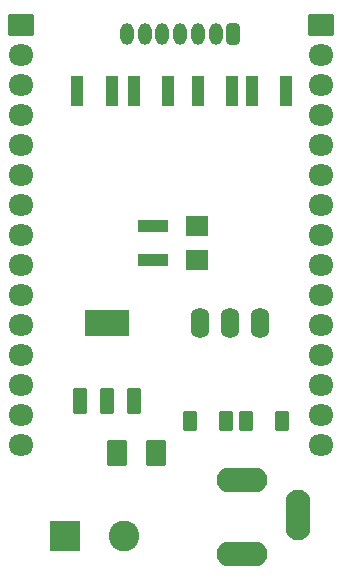
<source format=gbr>
%TF.GenerationSoftware,KiCad,Pcbnew,8.0.9-8.0.9-0~ubuntu24.04.1*%
%TF.CreationDate,2025-09-28T08:38:58-05:00*%
%TF.ProjectId,esp32_doorbot,65737033-325f-4646-9f6f-72626f742e6b,rev?*%
%TF.SameCoordinates,Original*%
%TF.FileFunction,Soldermask,Top*%
%TF.FilePolarity,Negative*%
%FSLAX46Y46*%
G04 Gerber Fmt 4.6, Leading zero omitted, Abs format (unit mm)*
G04 Created by KiCad (PCBNEW 8.0.9-8.0.9-0~ubuntu24.04.1) date 2025-09-28 08:38:58*
%MOMM*%
%LPD*%
G01*
G04 APERTURE LIST*
G04 Aperture macros list*
%AMRoundRect*
0 Rectangle with rounded corners*
0 $1 Rounding radius*
0 $2 $3 $4 $5 $6 $7 $8 $9 X,Y pos of 4 corners*
0 Add a 4 corners polygon primitive as box body*
4,1,4,$2,$3,$4,$5,$6,$7,$8,$9,$2,$3,0*
0 Add four circle primitives for the rounded corners*
1,1,$1+$1,$2,$3*
1,1,$1+$1,$4,$5*
1,1,$1+$1,$6,$7*
1,1,$1+$1,$8,$9*
0 Add four rect primitives between the rounded corners*
20,1,$1+$1,$2,$3,$4,$5,0*
20,1,$1+$1,$4,$5,$6,$7,0*
20,1,$1+$1,$6,$7,$8,$9,0*
20,1,$1+$1,$8,$9,$2,$3,0*%
G04 Aperture macros list end*
%ADD10RoundRect,0.050800X0.500000X0.800000X-0.500000X0.800000X-0.500000X-0.800000X0.500000X-0.800000X0*%
%ADD11RoundRect,0.274660X0.291140X0.641140X-0.291140X0.641140X-0.291140X-0.641140X0.291140X-0.641140X0*%
%ADD12O,1.131600X1.831600*%
%ADD13RoundRect,0.050800X-1.250000X-1.250000X1.250000X-1.250000X1.250000X1.250000X-1.250000X1.250000X0*%
%ADD14C,2.601600*%
%ADD15O,4.301600X2.101600*%
%ADD16O,2.101600X4.301600*%
%ADD17RoundRect,0.050800X-1.016000X-0.863600X1.016000X-0.863600X1.016000X0.863600X-1.016000X0.863600X0*%
%ADD18O,2.133600X1.828800*%
%ADD19RoundRect,0.050800X-1.250000X0.450000X-1.250000X-0.450000X1.250000X-0.450000X1.250000X0.450000X0*%
%ADD20RoundRect,0.050800X0.900430X-0.798830X0.900430X0.798830X-0.900430X0.798830X-0.900430X-0.798830X0*%
%ADD21RoundRect,0.050800X0.762000X1.016000X-0.762000X1.016000X-0.762000X-1.016000X0.762000X-1.016000X0*%
%ADD22RoundRect,0.050800X0.450000X1.250000X-0.450000X1.250000X-0.450000X-1.250000X0.450000X-1.250000X0*%
%ADD23RoundRect,0.050800X-0.450000X-1.250000X0.450000X-1.250000X0.450000X1.250000X-0.450000X1.250000X0*%
%ADD24RoundRect,0.050800X-0.508000X-1.016000X0.508000X-1.016000X0.508000X1.016000X-0.508000X1.016000X0*%
%ADD25RoundRect,0.050800X-1.828800X-1.016000X1.828800X-1.016000X1.828800X1.016000X-1.828800X1.016000X0*%
%ADD26RoundRect,0.050800X-0.500000X-0.800000X0.500000X-0.800000X0.500000X0.800000X-0.500000X0.800000X0*%
%ADD27O,1.602740X2.600960*%
G04 APERTURE END LIST*
D10*
%TO.C,C1*%
X122100000Y-133575000D03*
X119100000Y-133575000D03*
%TD*%
D11*
%TO.C,J1*%
X118000000Y-100800000D03*
D12*
X116500000Y-100800000D03*
X115000000Y-100800000D03*
X113500000Y-100800000D03*
X112000000Y-100800000D03*
X110500000Y-100800000D03*
X109000000Y-100800000D03*
%TD*%
D13*
%TO.C,J2*%
X103750000Y-143256000D03*
D14*
X108750000Y-143256000D03*
%TD*%
D15*
%TO.C,J3*%
X118700000Y-138550000D03*
X118700000Y-144800000D03*
D16*
X123500000Y-141550000D03*
%TD*%
D17*
%TO.C,J4*%
X100000000Y-100000000D03*
D18*
X100000000Y-102540000D03*
X100000000Y-105080000D03*
X100000000Y-107620000D03*
X100000000Y-110160000D03*
X100000000Y-112700000D03*
X100000000Y-115240000D03*
X100000000Y-117780000D03*
X100000000Y-120320000D03*
X100000000Y-122860000D03*
X100000000Y-125400000D03*
X100000000Y-127940000D03*
X100000000Y-130480000D03*
X100000000Y-133020000D03*
X100000000Y-135560000D03*
%TD*%
D17*
%TO.C,J5*%
X125400000Y-100000000D03*
D18*
X125400000Y-102540000D03*
X125400000Y-105080000D03*
X125400000Y-107620000D03*
X125400000Y-110160000D03*
X125400000Y-112700000D03*
X125400000Y-115240000D03*
X125400000Y-117780000D03*
X125400000Y-120320000D03*
X125400000Y-122860000D03*
X125400000Y-125400000D03*
X125400000Y-127940000D03*
X125400000Y-130480000D03*
X125400000Y-133020000D03*
X125400000Y-135560000D03*
%TD*%
D19*
%TO.C,R1*%
X111200000Y-117050000D03*
X111200000Y-119950000D03*
%TD*%
D20*
%TO.C,D1*%
X114900000Y-117060280D03*
X114900000Y-119900000D03*
%TD*%
D21*
%TO.C,D3*%
X111451000Y-136300000D03*
X108149000Y-136300000D03*
%TD*%
D22*
%TO.C,R4*%
X112500000Y-105600000D03*
X109600000Y-105600000D03*
%TD*%
%TO.C,R5*%
X107700000Y-105600000D03*
X104800000Y-105600000D03*
%TD*%
D23*
%TO.C,R6*%
X115000000Y-105600000D03*
X117900000Y-105600000D03*
%TD*%
%TO.C,R7*%
X119600000Y-105600000D03*
X122500000Y-105600000D03*
%TD*%
D24*
%TO.C,Q1*%
X105020001Y-131899001D03*
X107306001Y-131899001D03*
X109592001Y-131899001D03*
D25*
X107306001Y-125295001D03*
%TD*%
D26*
%TO.C,C2*%
X114350000Y-133575000D03*
X117350000Y-133575000D03*
%TD*%
D27*
%TO.C,U1*%
X115210000Y-125300000D03*
X117750000Y-125300000D03*
X120290000Y-125300000D03*
%TD*%
M02*

</source>
